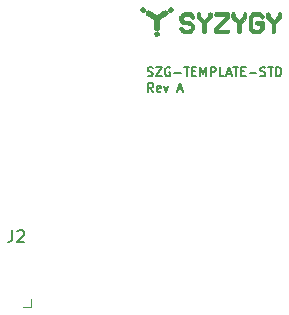
<source format=gbr>
%TF.GenerationSoftware,KiCad,Pcbnew,(5.1.9)-1*%
%TF.CreationDate,2021-04-14T12:12:14-07:00*%
%TF.ProjectId,SZG-TEMPLATE-STD,535a472d-5445-44d5-904c-4154452d5354,A*%
%TF.SameCoordinates,Original*%
%TF.FileFunction,Legend,Top*%
%TF.FilePolarity,Positive*%
%FSLAX46Y46*%
G04 Gerber Fmt 4.6, Leading zero omitted, Abs format (unit mm)*
G04 Created by KiCad (PCBNEW (5.1.9)-1) date 2021-04-14 12:12:14*
%MOMM*%
%LPD*%
G01*
G04 APERTURE LIST*
%ADD10C,0.190500*%
%ADD11C,0.120000*%
%ADD12C,0.010000*%
%ADD13C,0.150000*%
G04 APERTURE END LIST*
D10*
X136568967Y-66741678D02*
X136677825Y-66777964D01*
X136859253Y-66777964D01*
X136931825Y-66741678D01*
X136968110Y-66705392D01*
X137004396Y-66632821D01*
X137004396Y-66560250D01*
X136968110Y-66487678D01*
X136931825Y-66451392D01*
X136859253Y-66415107D01*
X136714110Y-66378821D01*
X136641539Y-66342535D01*
X136605253Y-66306250D01*
X136568967Y-66233678D01*
X136568967Y-66161107D01*
X136605253Y-66088535D01*
X136641539Y-66052250D01*
X136714110Y-66015964D01*
X136895539Y-66015964D01*
X137004396Y-66052250D01*
X137258396Y-66015964D02*
X137766396Y-66015964D01*
X137258396Y-66777964D01*
X137766396Y-66777964D01*
X138455825Y-66052250D02*
X138383253Y-66015964D01*
X138274396Y-66015964D01*
X138165539Y-66052250D01*
X138092967Y-66124821D01*
X138056682Y-66197392D01*
X138020396Y-66342535D01*
X138020396Y-66451392D01*
X138056682Y-66596535D01*
X138092967Y-66669107D01*
X138165539Y-66741678D01*
X138274396Y-66777964D01*
X138346967Y-66777964D01*
X138455825Y-66741678D01*
X138492110Y-66705392D01*
X138492110Y-66451392D01*
X138346967Y-66451392D01*
X138818682Y-66487678D02*
X139399253Y-66487678D01*
X139653253Y-66015964D02*
X140088682Y-66015964D01*
X139870967Y-66777964D02*
X139870967Y-66015964D01*
X140342682Y-66378821D02*
X140596682Y-66378821D01*
X140705539Y-66777964D02*
X140342682Y-66777964D01*
X140342682Y-66015964D01*
X140705539Y-66015964D01*
X141032110Y-66777964D02*
X141032110Y-66015964D01*
X141286110Y-66560250D01*
X141540110Y-66015964D01*
X141540110Y-66777964D01*
X141902967Y-66777964D02*
X141902967Y-66015964D01*
X142193253Y-66015964D01*
X142265825Y-66052250D01*
X142302110Y-66088535D01*
X142338396Y-66161107D01*
X142338396Y-66269964D01*
X142302110Y-66342535D01*
X142265825Y-66378821D01*
X142193253Y-66415107D01*
X141902967Y-66415107D01*
X143027825Y-66777964D02*
X142664967Y-66777964D01*
X142664967Y-66015964D01*
X143245539Y-66560250D02*
X143608396Y-66560250D01*
X143172967Y-66777964D02*
X143426967Y-66015964D01*
X143680967Y-66777964D01*
X143826110Y-66015964D02*
X144261539Y-66015964D01*
X144043825Y-66777964D02*
X144043825Y-66015964D01*
X144515539Y-66378821D02*
X144769539Y-66378821D01*
X144878396Y-66777964D02*
X144515539Y-66777964D01*
X144515539Y-66015964D01*
X144878396Y-66015964D01*
X145204967Y-66487678D02*
X145785539Y-66487678D01*
X146112110Y-66741678D02*
X146220967Y-66777964D01*
X146402396Y-66777964D01*
X146474967Y-66741678D01*
X146511253Y-66705392D01*
X146547539Y-66632821D01*
X146547539Y-66560250D01*
X146511253Y-66487678D01*
X146474967Y-66451392D01*
X146402396Y-66415107D01*
X146257253Y-66378821D01*
X146184682Y-66342535D01*
X146148396Y-66306250D01*
X146112110Y-66233678D01*
X146112110Y-66161107D01*
X146148396Y-66088535D01*
X146184682Y-66052250D01*
X146257253Y-66015964D01*
X146438682Y-66015964D01*
X146547539Y-66052250D01*
X146765253Y-66015964D02*
X147200682Y-66015964D01*
X146982967Y-66777964D02*
X146982967Y-66015964D01*
X147454682Y-66777964D02*
X147454682Y-66015964D01*
X147636110Y-66015964D01*
X147744967Y-66052250D01*
X147817539Y-66124821D01*
X147853825Y-66197392D01*
X147890110Y-66342535D01*
X147890110Y-66451392D01*
X147853825Y-66596535D01*
X147817539Y-66669107D01*
X147744967Y-66741678D01*
X147636110Y-66777964D01*
X147454682Y-66777964D01*
X137040682Y-68111464D02*
X136786682Y-67748607D01*
X136605253Y-68111464D02*
X136605253Y-67349464D01*
X136895539Y-67349464D01*
X136968110Y-67385750D01*
X137004396Y-67422035D01*
X137040682Y-67494607D01*
X137040682Y-67603464D01*
X137004396Y-67676035D01*
X136968110Y-67712321D01*
X136895539Y-67748607D01*
X136605253Y-67748607D01*
X137657539Y-68075178D02*
X137584967Y-68111464D01*
X137439825Y-68111464D01*
X137367253Y-68075178D01*
X137330967Y-68002607D01*
X137330967Y-67712321D01*
X137367253Y-67639750D01*
X137439825Y-67603464D01*
X137584967Y-67603464D01*
X137657539Y-67639750D01*
X137693825Y-67712321D01*
X137693825Y-67784892D01*
X137330967Y-67857464D01*
X137947825Y-67603464D02*
X138129253Y-68111464D01*
X138310682Y-67603464D01*
X139145253Y-67893750D02*
X139508110Y-67893750D01*
X139072682Y-68111464D02*
X139326682Y-67349464D01*
X139580682Y-68111464D01*
D11*
%TO.C,J2*%
X126670000Y-86305000D02*
X126035000Y-86305000D01*
X126670000Y-85670000D02*
X126670000Y-86305000D01*
D12*
%TO.C,G\u002A\u002A\u002A*%
G36*
X138615665Y-60986671D02*
G01*
X138649857Y-61020317D01*
X138700432Y-61107181D01*
X138704999Y-61192039D01*
X138663594Y-61273666D01*
X138642140Y-61297413D01*
X138565822Y-61351641D01*
X138489925Y-61359840D01*
X138412268Y-61322041D01*
X138387947Y-61301409D01*
X138326643Y-61220996D01*
X138310914Y-61137904D01*
X138340870Y-61055317D01*
X138377967Y-61010149D01*
X138456503Y-60957794D01*
X138538029Y-60950054D01*
X138615665Y-60986671D01*
G37*
X138615665Y-60986671D02*
X138649857Y-61020317D01*
X138700432Y-61107181D01*
X138704999Y-61192039D01*
X138663594Y-61273666D01*
X138642140Y-61297413D01*
X138565822Y-61351641D01*
X138489925Y-61359840D01*
X138412268Y-61322041D01*
X138387947Y-61301409D01*
X138326643Y-61220996D01*
X138310914Y-61137904D01*
X138340870Y-61055317D01*
X138377967Y-61010149D01*
X138456503Y-60957794D01*
X138538029Y-60950054D01*
X138615665Y-60986671D01*
G36*
X136243672Y-60979340D02*
G01*
X136307979Y-61043724D01*
X136331739Y-61088944D01*
X136344378Y-61174419D01*
X136317235Y-61256084D01*
X136255650Y-61320301D01*
X136236804Y-61331362D01*
X136167449Y-61359476D01*
X136111867Y-61358228D01*
X136065728Y-61338108D01*
X135985288Y-61273839D01*
X135946418Y-61196398D01*
X135950396Y-61112534D01*
X135998497Y-61028995D01*
X136005719Y-61020987D01*
X136083011Y-60965985D01*
X136165505Y-60952764D01*
X136243672Y-60979340D01*
G37*
X136243672Y-60979340D02*
X136307979Y-61043724D01*
X136331739Y-61088944D01*
X136344378Y-61174419D01*
X136317235Y-61256084D01*
X136255650Y-61320301D01*
X136236804Y-61331362D01*
X136167449Y-61359476D01*
X136111867Y-61358228D01*
X136065728Y-61338108D01*
X135985288Y-61273839D01*
X135946418Y-61196398D01*
X135950396Y-61112534D01*
X135998497Y-61028995D01*
X136005719Y-61020987D01*
X136083011Y-60965985D01*
X136165505Y-60952764D01*
X136243672Y-60979340D01*
G36*
X136633492Y-61213003D02*
G01*
X136670035Y-61222917D01*
X136719393Y-61244197D01*
X136787848Y-61279657D01*
X136881683Y-61332109D01*
X137007178Y-61404368D01*
X137050962Y-61429761D01*
X137148696Y-61484874D01*
X137234230Y-61530126D01*
X137298524Y-61560934D01*
X137332537Y-61572716D01*
X137333014Y-61572727D01*
X137366510Y-61561237D01*
X137429310Y-61530151D01*
X137511680Y-61484549D01*
X137583143Y-61442235D01*
X137739850Y-61349193D01*
X137864494Y-61281743D01*
X137962595Y-61238639D01*
X138039672Y-61218634D01*
X138101246Y-61220482D01*
X138152834Y-61242935D01*
X138199958Y-61284748D01*
X138213250Y-61299928D01*
X138255819Y-61364061D01*
X138269021Y-61424830D01*
X138250344Y-61485930D01*
X138197277Y-61551057D01*
X138107309Y-61623906D01*
X137977929Y-61708172D01*
X137907290Y-61750156D01*
X137803529Y-61810325D01*
X137710825Y-61863621D01*
X137638188Y-61904894D01*
X137594631Y-61928995D01*
X137590275Y-61931265D01*
X137573494Y-61942627D01*
X137560919Y-61961656D01*
X137551650Y-61994986D01*
X137544784Y-62049246D01*
X137539421Y-62131068D01*
X137534660Y-62247085D01*
X137530646Y-62369992D01*
X137526283Y-62503164D01*
X137522053Y-62619295D01*
X137518260Y-62710953D01*
X137515211Y-62770707D01*
X137513328Y-62791112D01*
X137486699Y-62811605D01*
X137437418Y-62840917D01*
X137383673Y-62869132D01*
X137343657Y-62886335D01*
X137335728Y-62887919D01*
X137300272Y-62878780D01*
X137244927Y-62857623D01*
X137239409Y-62855248D01*
X137181368Y-62819869D01*
X137142066Y-62778286D01*
X137141273Y-62776852D01*
X137131762Y-62735462D01*
X137124220Y-62654311D01*
X137119018Y-62539792D01*
X137116528Y-62398298D01*
X137116364Y-62348080D01*
X137116364Y-61965852D01*
X137029773Y-61911505D01*
X136954221Y-61865664D01*
X136868014Y-61815520D01*
X136839273Y-61799328D01*
X136694956Y-61718392D01*
X136586266Y-61655000D01*
X136508173Y-61604792D01*
X136455649Y-61563405D01*
X136423664Y-61526478D01*
X136407192Y-61489649D01*
X136401201Y-61448555D01*
X136400546Y-61418786D01*
X136421718Y-61334706D01*
X136477558Y-61264045D01*
X136556552Y-61220283D01*
X136573728Y-61216021D01*
X136603484Y-61211643D01*
X136633492Y-61213003D01*
G37*
X136633492Y-61213003D02*
X136670035Y-61222917D01*
X136719393Y-61244197D01*
X136787848Y-61279657D01*
X136881683Y-61332109D01*
X137007178Y-61404368D01*
X137050962Y-61429761D01*
X137148696Y-61484874D01*
X137234230Y-61530126D01*
X137298524Y-61560934D01*
X137332537Y-61572716D01*
X137333014Y-61572727D01*
X137366510Y-61561237D01*
X137429310Y-61530151D01*
X137511680Y-61484549D01*
X137583143Y-61442235D01*
X137739850Y-61349193D01*
X137864494Y-61281743D01*
X137962595Y-61238639D01*
X138039672Y-61218634D01*
X138101246Y-61220482D01*
X138152834Y-61242935D01*
X138199958Y-61284748D01*
X138213250Y-61299928D01*
X138255819Y-61364061D01*
X138269021Y-61424830D01*
X138250344Y-61485930D01*
X138197277Y-61551057D01*
X138107309Y-61623906D01*
X137977929Y-61708172D01*
X137907290Y-61750156D01*
X137803529Y-61810325D01*
X137710825Y-61863621D01*
X137638188Y-61904894D01*
X137594631Y-61928995D01*
X137590275Y-61931265D01*
X137573494Y-61942627D01*
X137560919Y-61961656D01*
X137551650Y-61994986D01*
X137544784Y-62049246D01*
X137539421Y-62131068D01*
X137534660Y-62247085D01*
X137530646Y-62369992D01*
X137526283Y-62503164D01*
X137522053Y-62619295D01*
X137518260Y-62710953D01*
X137515211Y-62770707D01*
X137513328Y-62791112D01*
X137486699Y-62811605D01*
X137437418Y-62840917D01*
X137383673Y-62869132D01*
X137343657Y-62886335D01*
X137335728Y-62887919D01*
X137300272Y-62878780D01*
X137244927Y-62857623D01*
X137239409Y-62855248D01*
X137181368Y-62819869D01*
X137142066Y-62778286D01*
X137141273Y-62776852D01*
X137131762Y-62735462D01*
X137124220Y-62654311D01*
X137119018Y-62539792D01*
X137116528Y-62398298D01*
X137116364Y-62348080D01*
X137116364Y-61965852D01*
X137029773Y-61911505D01*
X136954221Y-61865664D01*
X136868014Y-61815520D01*
X136839273Y-61799328D01*
X136694956Y-61718392D01*
X136586266Y-61655000D01*
X136508173Y-61604792D01*
X136455649Y-61563405D01*
X136423664Y-61526478D01*
X136407192Y-61489649D01*
X136401201Y-61448555D01*
X136400546Y-61418786D01*
X136421718Y-61334706D01*
X136477558Y-61264045D01*
X136556552Y-61220283D01*
X136573728Y-61216021D01*
X136603484Y-61211643D01*
X136633492Y-61213003D01*
G36*
X146805766Y-61384187D02*
G01*
X146859727Y-61434375D01*
X146895254Y-61515085D01*
X146906569Y-61607941D01*
X146909601Y-61653315D01*
X146922381Y-61693100D01*
X146951003Y-61736698D01*
X147001557Y-61793514D01*
X147074879Y-61867732D01*
X147242849Y-62034580D01*
X147409697Y-61866611D01*
X147485155Y-61789523D01*
X147533583Y-61734771D01*
X147560959Y-61692387D01*
X147573260Y-61652407D01*
X147576465Y-61604865D01*
X147576546Y-61588453D01*
X147583230Y-61507420D01*
X147607845Y-61451079D01*
X147633223Y-61421587D01*
X147690798Y-61376192D01*
X147742597Y-61370302D01*
X147803387Y-61403203D01*
X147815886Y-61412767D01*
X147846270Y-61440090D01*
X147864412Y-61471020D01*
X147873439Y-61517596D01*
X147876477Y-61591858D01*
X147876728Y-61647127D01*
X147876728Y-61833629D01*
X147391818Y-62325711D01*
X147391818Y-62671445D01*
X147390709Y-62816442D01*
X147386995Y-62922058D01*
X147380094Y-62995046D01*
X147369424Y-63042164D01*
X147357888Y-63065621D01*
X147299058Y-63116871D01*
X147228231Y-63129165D01*
X147207091Y-63124592D01*
X147165336Y-63108688D01*
X147135042Y-63086333D01*
X147114387Y-63050577D01*
X147101546Y-62994468D01*
X147094696Y-62911056D01*
X147092013Y-62793388D01*
X147091637Y-62684549D01*
X147091637Y-62325711D01*
X146849182Y-62079670D01*
X146606728Y-61833629D01*
X146606728Y-61634438D01*
X146607601Y-61537357D01*
X146612052Y-61475463D01*
X146622826Y-61437765D01*
X146642670Y-61413275D01*
X146666244Y-61396250D01*
X146739298Y-61369739D01*
X146805766Y-61384187D01*
G37*
X146805766Y-61384187D02*
X146859727Y-61434375D01*
X146895254Y-61515085D01*
X146906569Y-61607941D01*
X146909601Y-61653315D01*
X146922381Y-61693100D01*
X146951003Y-61736698D01*
X147001557Y-61793514D01*
X147074879Y-61867732D01*
X147242849Y-62034580D01*
X147409697Y-61866611D01*
X147485155Y-61789523D01*
X147533583Y-61734771D01*
X147560959Y-61692387D01*
X147573260Y-61652407D01*
X147576465Y-61604865D01*
X147576546Y-61588453D01*
X147583230Y-61507420D01*
X147607845Y-61451079D01*
X147633223Y-61421587D01*
X147690798Y-61376192D01*
X147742597Y-61370302D01*
X147803387Y-61403203D01*
X147815886Y-61412767D01*
X147846270Y-61440090D01*
X147864412Y-61471020D01*
X147873439Y-61517596D01*
X147876477Y-61591858D01*
X147876728Y-61647127D01*
X147876728Y-61833629D01*
X147391818Y-62325711D01*
X147391818Y-62671445D01*
X147390709Y-62816442D01*
X147386995Y-62922058D01*
X147380094Y-62995046D01*
X147369424Y-63042164D01*
X147357888Y-63065621D01*
X147299058Y-63116871D01*
X147228231Y-63129165D01*
X147207091Y-63124592D01*
X147165336Y-63108688D01*
X147135042Y-63086333D01*
X147114387Y-63050577D01*
X147101546Y-62994468D01*
X147094696Y-62911056D01*
X147092013Y-62793388D01*
X147091637Y-62684549D01*
X147091637Y-62325711D01*
X146849182Y-62079670D01*
X146606728Y-61833629D01*
X146606728Y-61634438D01*
X146607601Y-61537357D01*
X146612052Y-61475463D01*
X146622826Y-61437765D01*
X146642670Y-61413275D01*
X146666244Y-61396250D01*
X146739298Y-61369739D01*
X146805766Y-61384187D01*
G36*
X146236649Y-61537472D02*
G01*
X146314988Y-61617970D01*
X146364192Y-61676821D01*
X146390151Y-61722482D01*
X146398750Y-61763411D01*
X146398909Y-61770575D01*
X146385271Y-61836470D01*
X146356682Y-61880876D01*
X146298073Y-61915366D01*
X146234884Y-61912619D01*
X146161729Y-61871092D01*
X146087182Y-61803636D01*
X145973464Y-61688182D01*
X145775080Y-61688182D01*
X145678313Y-61688973D01*
X145615097Y-61693701D01*
X145572802Y-61705900D01*
X145538798Y-61729103D01*
X145502894Y-61764327D01*
X145429091Y-61840471D01*
X145429091Y-62671718D01*
X145516656Y-62757223D01*
X145563455Y-62800730D01*
X145602868Y-62826226D01*
X145649675Y-62838520D01*
X145718654Y-62842418D01*
X145779514Y-62842727D01*
X145954808Y-62842727D01*
X146039473Y-62749013D01*
X146089130Y-62689522D01*
X146113112Y-62641048D01*
X146119049Y-62582619D01*
X146117206Y-62535422D01*
X146110273Y-62415545D01*
X145911030Y-62408915D01*
X145789282Y-62399921D01*
X145706837Y-62380109D01*
X145657385Y-62345904D01*
X145634618Y-62293729D01*
X145631137Y-62250297D01*
X145638381Y-62195542D01*
X145663991Y-62155843D01*
X145713782Y-62129018D01*
X145793569Y-62112886D01*
X145909167Y-62105263D01*
X146021517Y-62103818D01*
X146141845Y-62104300D01*
X146225149Y-62106752D01*
X146280585Y-62112684D01*
X146317308Y-62123604D01*
X146344474Y-62141023D01*
X146365323Y-62160496D01*
X146389710Y-62187601D01*
X146405878Y-62217213D01*
X146415507Y-62258952D01*
X146420278Y-62322436D01*
X146421870Y-62417286D01*
X146422000Y-62484915D01*
X146419303Y-62628926D01*
X146410893Y-62731851D01*
X146396294Y-62798490D01*
X146389175Y-62815010D01*
X146350287Y-62869990D01*
X146287581Y-62940278D01*
X146213944Y-63013158D01*
X146142266Y-63075915D01*
X146085435Y-63115834D01*
X146082927Y-63117149D01*
X146038460Y-63127656D01*
X145960036Y-63135188D01*
X145859786Y-63139679D01*
X145749842Y-63141064D01*
X145642338Y-63139278D01*
X145549404Y-63134258D01*
X145483174Y-63125936D01*
X145463728Y-63120460D01*
X145426720Y-63095431D01*
X145368819Y-63045984D01*
X145300698Y-62981415D01*
X145279000Y-62959604D01*
X145140455Y-62818270D01*
X145133426Y-62295676D01*
X145131948Y-62088855D01*
X145133639Y-61925532D01*
X145138475Y-61806437D01*
X145146435Y-61732301D01*
X145151947Y-61711401D01*
X145180172Y-61666396D01*
X145232230Y-61602101D01*
X145298113Y-61530647D01*
X145315570Y-61513087D01*
X145453643Y-61376455D01*
X146074388Y-61376455D01*
X146236649Y-61537472D01*
G37*
X146236649Y-61537472D02*
X146314988Y-61617970D01*
X146364192Y-61676821D01*
X146390151Y-61722482D01*
X146398750Y-61763411D01*
X146398909Y-61770575D01*
X146385271Y-61836470D01*
X146356682Y-61880876D01*
X146298073Y-61915366D01*
X146234884Y-61912619D01*
X146161729Y-61871092D01*
X146087182Y-61803636D01*
X145973464Y-61688182D01*
X145775080Y-61688182D01*
X145678313Y-61688973D01*
X145615097Y-61693701D01*
X145572802Y-61705900D01*
X145538798Y-61729103D01*
X145502894Y-61764327D01*
X145429091Y-61840471D01*
X145429091Y-62671718D01*
X145516656Y-62757223D01*
X145563455Y-62800730D01*
X145602868Y-62826226D01*
X145649675Y-62838520D01*
X145718654Y-62842418D01*
X145779514Y-62842727D01*
X145954808Y-62842727D01*
X146039473Y-62749013D01*
X146089130Y-62689522D01*
X146113112Y-62641048D01*
X146119049Y-62582619D01*
X146117206Y-62535422D01*
X146110273Y-62415545D01*
X145911030Y-62408915D01*
X145789282Y-62399921D01*
X145706837Y-62380109D01*
X145657385Y-62345904D01*
X145634618Y-62293729D01*
X145631137Y-62250297D01*
X145638381Y-62195542D01*
X145663991Y-62155843D01*
X145713782Y-62129018D01*
X145793569Y-62112886D01*
X145909167Y-62105263D01*
X146021517Y-62103818D01*
X146141845Y-62104300D01*
X146225149Y-62106752D01*
X146280585Y-62112684D01*
X146317308Y-62123604D01*
X146344474Y-62141023D01*
X146365323Y-62160496D01*
X146389710Y-62187601D01*
X146405878Y-62217213D01*
X146415507Y-62258952D01*
X146420278Y-62322436D01*
X146421870Y-62417286D01*
X146422000Y-62484915D01*
X146419303Y-62628926D01*
X146410893Y-62731851D01*
X146396294Y-62798490D01*
X146389175Y-62815010D01*
X146350287Y-62869990D01*
X146287581Y-62940278D01*
X146213944Y-63013158D01*
X146142266Y-63075915D01*
X146085435Y-63115834D01*
X146082927Y-63117149D01*
X146038460Y-63127656D01*
X145960036Y-63135188D01*
X145859786Y-63139679D01*
X145749842Y-63141064D01*
X145642338Y-63139278D01*
X145549404Y-63134258D01*
X145483174Y-63125936D01*
X145463728Y-63120460D01*
X145426720Y-63095431D01*
X145368819Y-63045984D01*
X145300698Y-62981415D01*
X145279000Y-62959604D01*
X145140455Y-62818270D01*
X145133426Y-62295676D01*
X145131948Y-62088855D01*
X145133639Y-61925532D01*
X145138475Y-61806437D01*
X145146435Y-61732301D01*
X145151947Y-61711401D01*
X145180172Y-61666396D01*
X145232230Y-61602101D01*
X145298113Y-61530647D01*
X145315570Y-61513087D01*
X145453643Y-61376455D01*
X146074388Y-61376455D01*
X146236649Y-61537472D01*
G36*
X143873347Y-61389100D02*
G01*
X143931037Y-61435267D01*
X143964748Y-61520426D01*
X143974364Y-61628169D01*
X143976732Y-61676003D01*
X143988013Y-61715761D01*
X144014476Y-61757264D01*
X144062390Y-61810332D01*
X144138021Y-61884784D01*
X144138371Y-61885123D01*
X144302379Y-62043459D01*
X144473190Y-61868732D01*
X144549538Y-61789500D01*
X144598936Y-61733109D01*
X144627227Y-61689888D01*
X144640259Y-61650166D01*
X144643876Y-61604270D01*
X144644000Y-61586135D01*
X144658514Y-61489061D01*
X144697150Y-61419596D01*
X144752555Y-61381914D01*
X144817373Y-61380187D01*
X144884248Y-61418590D01*
X144903773Y-61438746D01*
X144926594Y-61478499D01*
X144939331Y-61539172D01*
X144944025Y-61631920D01*
X144944182Y-61659554D01*
X144944182Y-61833629D01*
X144701728Y-62079670D01*
X144459273Y-62325711D01*
X144459273Y-62677632D01*
X144458987Y-62812403D01*
X144457393Y-62908966D01*
X144453383Y-62975294D01*
X144445853Y-63019361D01*
X144433696Y-63049139D01*
X144415806Y-63072602D01*
X144402595Y-63086231D01*
X144332475Y-63134435D01*
X144264450Y-63136558D01*
X144222271Y-63114045D01*
X144189610Y-63079383D01*
X144165868Y-63027975D01*
X144149868Y-62953230D01*
X144140431Y-62848557D01*
X144136380Y-62707365D01*
X144136000Y-62631315D01*
X144136000Y-62307455D01*
X143936129Y-62107500D01*
X143830501Y-61999751D01*
X143754389Y-61915443D01*
X143703103Y-61846992D01*
X143671951Y-61786812D01*
X143656243Y-61727316D01*
X143651290Y-61660919D01*
X143651177Y-61646626D01*
X143663342Y-61526095D01*
X143698291Y-61438984D01*
X143753421Y-61388313D01*
X143826129Y-61377099D01*
X143873347Y-61389100D01*
G37*
X143873347Y-61389100D02*
X143931037Y-61435267D01*
X143964748Y-61520426D01*
X143974364Y-61628169D01*
X143976732Y-61676003D01*
X143988013Y-61715761D01*
X144014476Y-61757264D01*
X144062390Y-61810332D01*
X144138021Y-61884784D01*
X144138371Y-61885123D01*
X144302379Y-62043459D01*
X144473190Y-61868732D01*
X144549538Y-61789500D01*
X144598936Y-61733109D01*
X144627227Y-61689888D01*
X144640259Y-61650166D01*
X144643876Y-61604270D01*
X144644000Y-61586135D01*
X144658514Y-61489061D01*
X144697150Y-61419596D01*
X144752555Y-61381914D01*
X144817373Y-61380187D01*
X144884248Y-61418590D01*
X144903773Y-61438746D01*
X144926594Y-61478499D01*
X144939331Y-61539172D01*
X144944025Y-61631920D01*
X144944182Y-61659554D01*
X144944182Y-61833629D01*
X144701728Y-62079670D01*
X144459273Y-62325711D01*
X144459273Y-62677632D01*
X144458987Y-62812403D01*
X144457393Y-62908966D01*
X144453383Y-62975294D01*
X144445853Y-63019361D01*
X144433696Y-63049139D01*
X144415806Y-63072602D01*
X144402595Y-63086231D01*
X144332475Y-63134435D01*
X144264450Y-63136558D01*
X144222271Y-63114045D01*
X144189610Y-63079383D01*
X144165868Y-63027975D01*
X144149868Y-62953230D01*
X144140431Y-62848557D01*
X144136380Y-62707365D01*
X144136000Y-62631315D01*
X144136000Y-62307455D01*
X143936129Y-62107500D01*
X143830501Y-61999751D01*
X143754389Y-61915443D01*
X143703103Y-61846992D01*
X143671951Y-61786812D01*
X143656243Y-61727316D01*
X143651290Y-61660919D01*
X143651177Y-61646626D01*
X143663342Y-61526095D01*
X143698291Y-61438984D01*
X143753421Y-61388313D01*
X143826129Y-61377099D01*
X143873347Y-61389100D01*
G36*
X142972718Y-61365898D02*
G01*
X143111265Y-61368664D01*
X143229391Y-61372904D01*
X143319419Y-61378318D01*
X143373672Y-61384602D01*
X143382879Y-61386986D01*
X143431873Y-61428703D01*
X143466826Y-61505524D01*
X143484794Y-61607724D01*
X143483466Y-61719293D01*
X143479680Y-61751963D01*
X143472807Y-61781646D01*
X143459319Y-61812590D01*
X143435689Y-61849043D01*
X143398389Y-61895255D01*
X143343891Y-61955473D01*
X143268666Y-62033946D01*
X143169188Y-62134921D01*
X143041929Y-62262647D01*
X142984612Y-62320022D01*
X142861931Y-62443354D01*
X142750551Y-62556385D01*
X142654491Y-62654949D01*
X142577772Y-62734885D01*
X142524411Y-62792029D01*
X142498429Y-62822216D01*
X142496546Y-62825606D01*
X142518464Y-62830892D01*
X142579535Y-62835516D01*
X142672729Y-62839207D01*
X142791018Y-62841697D01*
X142927374Y-62842716D01*
X142943240Y-62842727D01*
X143099081Y-62843087D01*
X143215292Y-62844547D01*
X143298421Y-62847678D01*
X143355017Y-62853049D01*
X143391627Y-62861231D01*
X143414801Y-62872795D01*
X143428149Y-62884955D01*
X143461607Y-62952943D01*
X143458649Y-63029805D01*
X143420182Y-63096727D01*
X143403100Y-63111405D01*
X143381015Y-63122600D01*
X143347948Y-63130782D01*
X143297915Y-63136419D01*
X143224936Y-63139981D01*
X143123027Y-63141937D01*
X142986209Y-63142756D01*
X142831364Y-63142909D01*
X142658695Y-63142704D01*
X142526225Y-63141778D01*
X142427974Y-63139660D01*
X142357958Y-63135881D01*
X142310196Y-63129973D01*
X142278706Y-63121467D01*
X142257508Y-63109892D01*
X142242546Y-63096727D01*
X142218809Y-63065521D01*
X142204728Y-63022767D01*
X142198012Y-62956777D01*
X142196364Y-62861273D01*
X142196364Y-62672000D01*
X142684906Y-62181527D01*
X143173447Y-61691054D01*
X142733450Y-61683845D01*
X142578359Y-61680903D01*
X142462683Y-61677405D01*
X142379655Y-61672643D01*
X142322509Y-61665907D01*
X142284477Y-61656488D01*
X142258793Y-61643677D01*
X142244908Y-61632648D01*
X142202852Y-61567790D01*
X142201366Y-61495371D01*
X142239716Y-61428491D01*
X142257205Y-61412767D01*
X142279688Y-61397031D01*
X142306023Y-61385175D01*
X142342648Y-61376652D01*
X142396001Y-61370916D01*
X142472519Y-61367422D01*
X142578638Y-61365624D01*
X142720798Y-61364974D01*
X142821429Y-61364909D01*
X142972718Y-61365898D01*
G37*
X142972718Y-61365898D02*
X143111265Y-61368664D01*
X143229391Y-61372904D01*
X143319419Y-61378318D01*
X143373672Y-61384602D01*
X143382879Y-61386986D01*
X143431873Y-61428703D01*
X143466826Y-61505524D01*
X143484794Y-61607724D01*
X143483466Y-61719293D01*
X143479680Y-61751963D01*
X143472807Y-61781646D01*
X143459319Y-61812590D01*
X143435689Y-61849043D01*
X143398389Y-61895255D01*
X143343891Y-61955473D01*
X143268666Y-62033946D01*
X143169188Y-62134921D01*
X143041929Y-62262647D01*
X142984612Y-62320022D01*
X142861931Y-62443354D01*
X142750551Y-62556385D01*
X142654491Y-62654949D01*
X142577772Y-62734885D01*
X142524411Y-62792029D01*
X142498429Y-62822216D01*
X142496546Y-62825606D01*
X142518464Y-62830892D01*
X142579535Y-62835516D01*
X142672729Y-62839207D01*
X142791018Y-62841697D01*
X142927374Y-62842716D01*
X142943240Y-62842727D01*
X143099081Y-62843087D01*
X143215292Y-62844547D01*
X143298421Y-62847678D01*
X143355017Y-62853049D01*
X143391627Y-62861231D01*
X143414801Y-62872795D01*
X143428149Y-62884955D01*
X143461607Y-62952943D01*
X143458649Y-63029805D01*
X143420182Y-63096727D01*
X143403100Y-63111405D01*
X143381015Y-63122600D01*
X143347948Y-63130782D01*
X143297915Y-63136419D01*
X143224936Y-63139981D01*
X143123027Y-63141937D01*
X142986209Y-63142756D01*
X142831364Y-63142909D01*
X142658695Y-63142704D01*
X142526225Y-63141778D01*
X142427974Y-63139660D01*
X142357958Y-63135881D01*
X142310196Y-63129973D01*
X142278706Y-63121467D01*
X142257508Y-63109892D01*
X142242546Y-63096727D01*
X142218809Y-63065521D01*
X142204728Y-63022767D01*
X142198012Y-62956777D01*
X142196364Y-62861273D01*
X142196364Y-62672000D01*
X142684906Y-62181527D01*
X143173447Y-61691054D01*
X142733450Y-61683845D01*
X142578359Y-61680903D01*
X142462683Y-61677405D01*
X142379655Y-61672643D01*
X142322509Y-61665907D01*
X142284477Y-61656488D01*
X142258793Y-61643677D01*
X142244908Y-61632648D01*
X142202852Y-61567790D01*
X142201366Y-61495371D01*
X142239716Y-61428491D01*
X142257205Y-61412767D01*
X142279688Y-61397031D01*
X142306023Y-61385175D01*
X142342648Y-61376652D01*
X142396001Y-61370916D01*
X142472519Y-61367422D01*
X142578638Y-61365624D01*
X142720798Y-61364974D01*
X142821429Y-61364909D01*
X142972718Y-61365898D01*
G36*
X141894454Y-61377231D02*
G01*
X141954959Y-61421587D01*
X141985236Y-61457608D01*
X142002405Y-61498951D01*
X142010018Y-61559581D01*
X142011637Y-61644401D01*
X142011637Y-61810538D01*
X141769182Y-62056579D01*
X141526728Y-62302620D01*
X141526728Y-62643093D01*
X141524675Y-62804422D01*
X141517541Y-62925625D01*
X141503858Y-63012615D01*
X141482159Y-63071306D01*
X141450977Y-63107612D01*
X141408846Y-63127448D01*
X141406425Y-63128113D01*
X141350543Y-63140086D01*
X141313710Y-63132687D01*
X141273520Y-63099499D01*
X141260132Y-63086231D01*
X141238715Y-63063112D01*
X141223510Y-63038286D01*
X141213454Y-63003914D01*
X141207484Y-62952157D01*
X141204537Y-62875178D01*
X141203550Y-62765136D01*
X141203455Y-62668420D01*
X141203455Y-62307286D01*
X140987676Y-62095870D01*
X140904124Y-62012195D01*
X140831252Y-61935844D01*
X140776350Y-61874694D01*
X140746712Y-61836619D01*
X140745222Y-61834018D01*
X140731282Y-61785006D01*
X140721628Y-61707763D01*
X140718546Y-61630923D01*
X140721015Y-61543400D01*
X140731135Y-61486883D01*
X140752979Y-61446334D01*
X140775223Y-61421587D01*
X140832798Y-61376192D01*
X140884597Y-61370302D01*
X140945387Y-61403203D01*
X140957886Y-61412767D01*
X140995682Y-61450292D01*
X141013757Y-61496321D01*
X141018701Y-61568679D01*
X141018728Y-61577315D01*
X141020098Y-61630670D01*
X141028075Y-61672501D01*
X141048456Y-61712700D01*
X141087038Y-61761157D01*
X141149621Y-61827766D01*
X141189538Y-61868732D01*
X141360349Y-62043459D01*
X141521667Y-61887719D01*
X141595930Y-61815080D01*
X141643443Y-61763031D01*
X141670784Y-61720195D01*
X141684534Y-61675195D01*
X141691273Y-61616655D01*
X141693169Y-61591191D01*
X141703419Y-61503543D01*
X141721699Y-61447953D01*
X141752816Y-61410413D01*
X141756144Y-61407656D01*
X141827096Y-61369865D01*
X141894454Y-61377231D01*
G37*
X141894454Y-61377231D02*
X141954959Y-61421587D01*
X141985236Y-61457608D01*
X142002405Y-61498951D01*
X142010018Y-61559581D01*
X142011637Y-61644401D01*
X142011637Y-61810538D01*
X141769182Y-62056579D01*
X141526728Y-62302620D01*
X141526728Y-62643093D01*
X141524675Y-62804422D01*
X141517541Y-62925625D01*
X141503858Y-63012615D01*
X141482159Y-63071306D01*
X141450977Y-63107612D01*
X141408846Y-63127448D01*
X141406425Y-63128113D01*
X141350543Y-63140086D01*
X141313710Y-63132687D01*
X141273520Y-63099499D01*
X141260132Y-63086231D01*
X141238715Y-63063112D01*
X141223510Y-63038286D01*
X141213454Y-63003914D01*
X141207484Y-62952157D01*
X141204537Y-62875178D01*
X141203550Y-62765136D01*
X141203455Y-62668420D01*
X141203455Y-62307286D01*
X140987676Y-62095870D01*
X140904124Y-62012195D01*
X140831252Y-61935844D01*
X140776350Y-61874694D01*
X140746712Y-61836619D01*
X140745222Y-61834018D01*
X140731282Y-61785006D01*
X140721628Y-61707763D01*
X140718546Y-61630923D01*
X140721015Y-61543400D01*
X140731135Y-61486883D01*
X140752979Y-61446334D01*
X140775223Y-61421587D01*
X140832798Y-61376192D01*
X140884597Y-61370302D01*
X140945387Y-61403203D01*
X140957886Y-61412767D01*
X140995682Y-61450292D01*
X141013757Y-61496321D01*
X141018701Y-61568679D01*
X141018728Y-61577315D01*
X141020098Y-61630670D01*
X141028075Y-61672501D01*
X141048456Y-61712700D01*
X141087038Y-61761157D01*
X141149621Y-61827766D01*
X141189538Y-61868732D01*
X141360349Y-62043459D01*
X141521667Y-61887719D01*
X141595930Y-61815080D01*
X141643443Y-61763031D01*
X141670784Y-61720195D01*
X141684534Y-61675195D01*
X141691273Y-61616655D01*
X141693169Y-61591191D01*
X141703419Y-61503543D01*
X141721699Y-61447953D01*
X141752816Y-61410413D01*
X141756144Y-61407656D01*
X141827096Y-61369865D01*
X141894454Y-61377231D01*
G36*
X139912174Y-61366870D02*
G01*
X139967120Y-61368518D01*
X140212930Y-61376455D01*
X140376223Y-61544053D01*
X140450500Y-61621648D01*
X140497134Y-61675763D01*
X140521514Y-61715193D01*
X140529030Y-61748732D01*
X140525070Y-61785174D01*
X140524810Y-61786507D01*
X140493734Y-61869412D01*
X140442574Y-61911818D01*
X140373667Y-61913604D01*
X140289351Y-61874643D01*
X140201160Y-61803636D01*
X140079083Y-61688182D01*
X139886305Y-61688182D01*
X139789468Y-61689402D01*
X139726031Y-61695113D01*
X139683234Y-61708389D01*
X139648319Y-61732303D01*
X139628764Y-61750229D01*
X139574059Y-61826638D01*
X139565267Y-61906095D01*
X139602329Y-61987213D01*
X139640145Y-62030016D01*
X139675727Y-62063032D01*
X139707814Y-62084358D01*
X139747340Y-62096547D01*
X139805241Y-62102155D01*
X139892451Y-62103738D01*
X139955969Y-62103818D01*
X140195648Y-62103818D01*
X140538852Y-62447022D01*
X140530393Y-62633284D01*
X140521935Y-62819547D01*
X140366092Y-62975455D01*
X140210249Y-63131364D01*
X139915988Y-63138044D01*
X139790104Y-63140058D01*
X139700940Y-63138770D01*
X139639093Y-63133224D01*
X139595161Y-63122465D01*
X139559743Y-63105534D01*
X139552455Y-63101073D01*
X139500403Y-63061126D01*
X139433473Y-63000320D01*
X139373500Y-62939518D01*
X139297302Y-62840815D01*
X139262023Y-62753771D01*
X139268102Y-62680744D01*
X139315138Y-62624673D01*
X139365546Y-62597463D01*
X139413618Y-62594420D01*
X139468529Y-62618616D01*
X139539459Y-62673123D01*
X139587091Y-62715727D01*
X139725235Y-62842727D01*
X139896974Y-62842727D01*
X139987052Y-62841376D01*
X140045951Y-62834266D01*
X140088659Y-62816810D01*
X140130164Y-62784425D01*
X140151174Y-62764955D01*
X140214909Y-62688498D01*
X140233810Y-62617895D01*
X140207797Y-62547625D01*
X140147046Y-62481105D01*
X140106763Y-62446560D01*
X140071777Y-62424275D01*
X140030751Y-62411563D01*
X139972352Y-62405735D01*
X139885245Y-62404102D01*
X139822059Y-62404018D01*
X139583663Y-62404000D01*
X139443680Y-62271227D01*
X139347423Y-62171400D01*
X139285433Y-62083324D01*
X139251852Y-61995895D01*
X139240817Y-61898007D01*
X139240728Y-61886699D01*
X139246902Y-61794682D01*
X139269627Y-61717731D01*
X139315207Y-61643544D01*
X139389946Y-61559818D01*
X139426972Y-61523263D01*
X139495449Y-61459973D01*
X139555251Y-61415477D01*
X139616600Y-61386849D01*
X139689721Y-61371157D01*
X139784837Y-61365474D01*
X139912174Y-61366870D01*
G37*
X139912174Y-61366870D02*
X139967120Y-61368518D01*
X140212930Y-61376455D01*
X140376223Y-61544053D01*
X140450500Y-61621648D01*
X140497134Y-61675763D01*
X140521514Y-61715193D01*
X140529030Y-61748732D01*
X140525070Y-61785174D01*
X140524810Y-61786507D01*
X140493734Y-61869412D01*
X140442574Y-61911818D01*
X140373667Y-61913604D01*
X140289351Y-61874643D01*
X140201160Y-61803636D01*
X140079083Y-61688182D01*
X139886305Y-61688182D01*
X139789468Y-61689402D01*
X139726031Y-61695113D01*
X139683234Y-61708389D01*
X139648319Y-61732303D01*
X139628764Y-61750229D01*
X139574059Y-61826638D01*
X139565267Y-61906095D01*
X139602329Y-61987213D01*
X139640145Y-62030016D01*
X139675727Y-62063032D01*
X139707814Y-62084358D01*
X139747340Y-62096547D01*
X139805241Y-62102155D01*
X139892451Y-62103738D01*
X139955969Y-62103818D01*
X140195648Y-62103818D01*
X140538852Y-62447022D01*
X140530393Y-62633284D01*
X140521935Y-62819547D01*
X140366092Y-62975455D01*
X140210249Y-63131364D01*
X139915988Y-63138044D01*
X139790104Y-63140058D01*
X139700940Y-63138770D01*
X139639093Y-63133224D01*
X139595161Y-63122465D01*
X139559743Y-63105534D01*
X139552455Y-63101073D01*
X139500403Y-63061126D01*
X139433473Y-63000320D01*
X139373500Y-62939518D01*
X139297302Y-62840815D01*
X139262023Y-62753771D01*
X139268102Y-62680744D01*
X139315138Y-62624673D01*
X139365546Y-62597463D01*
X139413618Y-62594420D01*
X139468529Y-62618616D01*
X139539459Y-62673123D01*
X139587091Y-62715727D01*
X139725235Y-62842727D01*
X139896974Y-62842727D01*
X139987052Y-62841376D01*
X140045951Y-62834266D01*
X140088659Y-62816810D01*
X140130164Y-62784425D01*
X140151174Y-62764955D01*
X140214909Y-62688498D01*
X140233810Y-62617895D01*
X140207797Y-62547625D01*
X140147046Y-62481105D01*
X140106763Y-62446560D01*
X140071777Y-62424275D01*
X140030751Y-62411563D01*
X139972352Y-62405735D01*
X139885245Y-62404102D01*
X139822059Y-62404018D01*
X139583663Y-62404000D01*
X139443680Y-62271227D01*
X139347423Y-62171400D01*
X139285433Y-62083324D01*
X139251852Y-61995895D01*
X139240817Y-61898007D01*
X139240728Y-61886699D01*
X139246902Y-61794682D01*
X139269627Y-61717731D01*
X139315207Y-61643544D01*
X139389946Y-61559818D01*
X139426972Y-61523263D01*
X139495449Y-61459973D01*
X139555251Y-61415477D01*
X139616600Y-61386849D01*
X139689721Y-61371157D01*
X139784837Y-61365474D01*
X139912174Y-61366870D01*
G36*
X137363294Y-62991878D02*
G01*
X137450714Y-63033196D01*
X137506562Y-63098970D01*
X137527738Y-63178861D01*
X137511142Y-63262529D01*
X137464504Y-63329413D01*
X137388884Y-63382990D01*
X137309734Y-63391842D01*
X137229233Y-63362281D01*
X137161946Y-63302367D01*
X137128583Y-63221681D01*
X137134284Y-63134231D01*
X137139906Y-63118729D01*
X137188231Y-63050473D01*
X137259379Y-63003885D01*
X137337059Y-62988217D01*
X137363294Y-62991878D01*
G37*
X137363294Y-62991878D02*
X137450714Y-63033196D01*
X137506562Y-63098970D01*
X137527738Y-63178861D01*
X137511142Y-63262529D01*
X137464504Y-63329413D01*
X137388884Y-63382990D01*
X137309734Y-63391842D01*
X137229233Y-63362281D01*
X137161946Y-63302367D01*
X137128583Y-63221681D01*
X137134284Y-63134231D01*
X137139906Y-63118729D01*
X137188231Y-63050473D01*
X137259379Y-63003885D01*
X137337059Y-62988217D01*
X137363294Y-62991878D01*
%TO.C,J2*%
D13*
X125116666Y-79802380D02*
X125116666Y-80516666D01*
X125069047Y-80659523D01*
X124973809Y-80754761D01*
X124830952Y-80802380D01*
X124735714Y-80802380D01*
X125545238Y-79897619D02*
X125592857Y-79850000D01*
X125688095Y-79802380D01*
X125926190Y-79802380D01*
X126021428Y-79850000D01*
X126069047Y-79897619D01*
X126116666Y-79992857D01*
X126116666Y-80088095D01*
X126069047Y-80230952D01*
X125497619Y-80802380D01*
X126116666Y-80802380D01*
%TD*%
M02*

</source>
